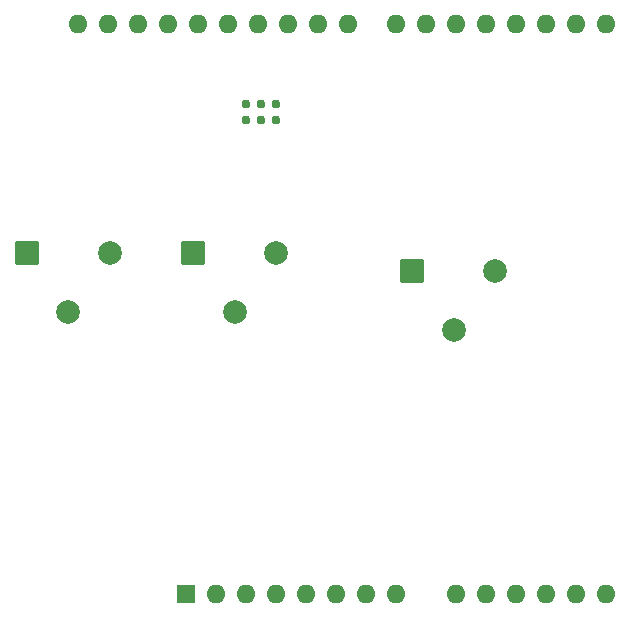
<source format=gbs>
%TF.GenerationSoftware,KiCad,Pcbnew,9.0.2*%
%TF.CreationDate,2025-12-29T08:51:12-08:00*%
%TF.ProjectId,motor_temperature,6d6f746f-725f-4746-956d-706572617475,A*%
%TF.SameCoordinates,Original*%
%TF.FileFunction,Soldermask,Bot*%
%TF.FilePolarity,Negative*%
%FSLAX46Y46*%
G04 Gerber Fmt 4.6, Leading zero omitted, Abs format (unit mm)*
G04 Created by KiCad (PCBNEW 9.0.2) date 2025-12-29 08:51:12*
%MOMM*%
%LPD*%
G01*
G04 APERTURE LIST*
G04 Aperture macros list*
%AMRoundRect*
0 Rectangle with rounded corners*
0 $1 Rounding radius*
0 $2 $3 $4 $5 $6 $7 $8 $9 X,Y pos of 4 corners*
0 Add a 4 corners polygon primitive as box body*
4,1,4,$2,$3,$4,$5,$6,$7,$8,$9,$2,$3,0*
0 Add four circle primitives for the rounded corners*
1,1,$1+$1,$2,$3*
1,1,$1+$1,$4,$5*
1,1,$1+$1,$6,$7*
1,1,$1+$1,$8,$9*
0 Add four rect primitives between the rounded corners*
20,1,$1+$1,$2,$3,$4,$5,0*
20,1,$1+$1,$4,$5,$6,$7,0*
20,1,$1+$1,$6,$7,$8,$9,0*
20,1,$1+$1,$8,$9,$2,$3,0*%
G04 Aperture macros list end*
%ADD10RoundRect,0.102000X-0.900000X-0.900000X0.900000X-0.900000X0.900000X0.900000X-0.900000X0.900000X0*%
%ADD11C,2.004000*%
%ADD12C,0.770000*%
%ADD13R,1.600000X1.600000*%
%ADD14O,1.600000X1.600000*%
G04 APERTURE END LIST*
D10*
%TO.C,J3*%
X112930500Y-85581000D03*
D11*
X116430500Y-90581000D03*
X119930500Y-85581000D03*
%TD*%
D10*
%TO.C,J1*%
X127027500Y-85581000D03*
D11*
X130527500Y-90581000D03*
X134027500Y-85581000D03*
%TD*%
D10*
%TO.C,J2*%
X145569500Y-87105000D03*
D11*
X149069500Y-92105000D03*
X152569500Y-87105000D03*
%TD*%
D12*
%TO.C,U1*%
X134045000Y-72995000D03*
X132745000Y-72995000D03*
X131445000Y-72995000D03*
X134045000Y-74295000D03*
X132745000Y-74295000D03*
X131445000Y-74295000D03*
%TD*%
D13*
%TO.C,A1*%
X126365000Y-114427000D03*
D14*
X128905000Y-114427000D03*
X131445000Y-114427000D03*
X133985000Y-114427000D03*
X136525000Y-114427000D03*
X139065000Y-114427000D03*
X141605000Y-114427000D03*
X144145000Y-114427000D03*
X149225000Y-114427000D03*
X151765000Y-114427000D03*
X154305000Y-114427000D03*
X156845000Y-114427000D03*
X159385000Y-114427000D03*
X161925000Y-114427000D03*
X161925000Y-66167000D03*
X159385000Y-66167000D03*
X156845000Y-66167000D03*
X154305000Y-66167000D03*
X151765000Y-66167000D03*
X149225000Y-66167000D03*
X146685000Y-66167000D03*
X144145000Y-66167000D03*
X140085000Y-66167000D03*
X137545000Y-66167000D03*
X135005000Y-66167000D03*
X132465000Y-66167000D03*
X129925000Y-66167000D03*
X127385000Y-66167000D03*
X124845000Y-66167000D03*
X122305000Y-66167000D03*
X119765000Y-66167000D03*
X117225000Y-66167000D03*
%TD*%
M02*

</source>
